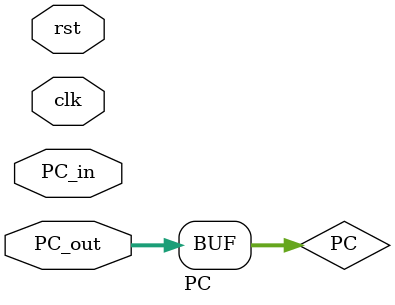
<source format=sv>
module PC (
    input logic clk,
    input logic rst,
    input logic [31:0] PC_in,
    input logic [31:0] PC_out
);
    //Increment, and offset additions are done in the ALU
    logic [31:0] PC;

    always_ff @(posedge clk, negedge rst) begin
        if(!rst) begin
            PC <= 32'h0;
        end else begin
            PC <= PC_in;
        end
    end
    assign PC_out = PC;
endmodule
</source>
